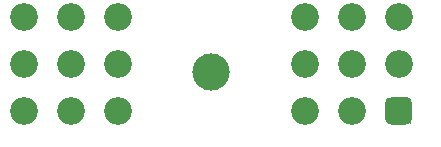
<source format=gbs>
G04 #@! TF.GenerationSoftware,KiCad,Pcbnew,(5.1.7)-1*
G04 #@! TF.CreationDate,2022-01-10T20:36:18+10:30*
G04 #@! TF.ProjectId,BSPD,42535044-2e6b-4696-9361-645f70636258,4*
G04 #@! TF.SameCoordinates,Original*
G04 #@! TF.FileFunction,Soldermask,Bot*
G04 #@! TF.FilePolarity,Negative*
%FSLAX46Y46*%
G04 Gerber Fmt 4.6, Leading zero omitted, Abs format (unit mm)*
G04 Created by KiCad (PCBNEW (5.1.7)-1) date 2022-01-10 20:36:18*
%MOMM*%
%LPD*%
G01*
G04 APERTURE LIST*
%ADD10C,2.352000*%
%ADD11C,3.152000*%
%ADD12C,0.100000*%
G04 APERTURE END LIST*
D10*
X147680000Y-59475000D03*
X127880000Y-59475000D03*
X123920000Y-59475000D03*
X143720000Y-59475000D03*
X119960000Y-59475000D03*
X147680000Y-63465000D03*
X127880000Y-63465000D03*
X123920000Y-63465000D03*
X143720000Y-63465000D03*
X119960000Y-63465000D03*
X119960000Y-67455000D03*
X123920000Y-67455000D03*
X127880000Y-67455000D03*
X143720000Y-67455000D03*
X147680000Y-67455000D03*
X151640000Y-59475000D03*
X151640000Y-63465000D03*
D11*
X135800000Y-64175000D03*
G36*
G01*
X150464000Y-68043000D02*
X150464000Y-66867000D01*
G75*
G02*
X151052000Y-66279000I588000J0D01*
G01*
X152228000Y-66279000D01*
G75*
G02*
X152816000Y-66867000I0J-588000D01*
G01*
X152816000Y-68043000D01*
G75*
G02*
X152228000Y-68631000I-588000J0D01*
G01*
X151052000Y-68631000D01*
G75*
G02*
X150464000Y-68043000I0J588000D01*
G01*
G37*
D12*
G36*
X150465990Y-68042804D02*
G01*
X150477268Y-68157318D01*
X150510616Y-68267249D01*
X150564767Y-68368559D01*
X150637642Y-68457358D01*
X150726441Y-68530233D01*
X150827751Y-68584384D01*
X150937682Y-68617732D01*
X151052196Y-68629010D01*
X151053822Y-68630175D01*
X151053626Y-68632165D01*
X151052000Y-68633000D01*
X150995640Y-68633000D01*
X150995444Y-68632990D01*
X150886904Y-68622300D01*
X150886519Y-68622224D01*
X150788048Y-68592353D01*
X150787686Y-68592203D01*
X150696942Y-68543699D01*
X150696616Y-68543481D01*
X150617074Y-68478203D01*
X150616797Y-68477926D01*
X150551519Y-68398384D01*
X150551301Y-68398058D01*
X150502797Y-68307314D01*
X150502647Y-68306952D01*
X150472776Y-68208481D01*
X150472700Y-68208096D01*
X150462010Y-68099556D01*
X150462000Y-68099360D01*
X150462000Y-68043000D01*
X150463000Y-68041268D01*
X150465000Y-68041268D01*
X150465990Y-68042804D01*
G37*
G36*
X152817165Y-68041374D02*
G01*
X152818000Y-68043000D01*
X152818000Y-68099360D01*
X152817990Y-68099556D01*
X152807300Y-68208096D01*
X152807224Y-68208481D01*
X152777353Y-68306952D01*
X152777203Y-68307314D01*
X152728699Y-68398058D01*
X152728481Y-68398384D01*
X152663203Y-68477926D01*
X152662926Y-68478203D01*
X152583384Y-68543481D01*
X152583058Y-68543699D01*
X152492314Y-68592203D01*
X152491952Y-68592353D01*
X152393481Y-68622224D01*
X152393096Y-68622300D01*
X152284556Y-68632990D01*
X152284360Y-68633000D01*
X152228000Y-68633000D01*
X152226268Y-68632000D01*
X152226268Y-68630000D01*
X152227804Y-68629010D01*
X152342318Y-68617732D01*
X152452249Y-68584384D01*
X152553559Y-68530233D01*
X152642358Y-68457358D01*
X152715233Y-68368559D01*
X152769384Y-68267249D01*
X152802732Y-68157318D01*
X152814010Y-68042804D01*
X152815175Y-68041178D01*
X152817165Y-68041374D01*
G37*
G36*
X151053732Y-66278000D02*
G01*
X151053732Y-66280000D01*
X151052196Y-66280990D01*
X150937682Y-66292268D01*
X150827751Y-66325616D01*
X150726441Y-66379767D01*
X150637642Y-66452642D01*
X150564767Y-66541441D01*
X150510616Y-66642751D01*
X150477268Y-66752682D01*
X150465990Y-66867196D01*
X150464825Y-66868822D01*
X150462835Y-66868626D01*
X150462000Y-66867000D01*
X150462000Y-66810640D01*
X150462010Y-66810444D01*
X150472700Y-66701904D01*
X150472776Y-66701519D01*
X150502647Y-66603048D01*
X150502797Y-66602686D01*
X150551301Y-66511942D01*
X150551519Y-66511616D01*
X150616797Y-66432074D01*
X150617074Y-66431797D01*
X150696616Y-66366519D01*
X150696942Y-66366301D01*
X150787686Y-66317797D01*
X150788048Y-66317647D01*
X150886519Y-66287776D01*
X150886904Y-66287700D01*
X150995444Y-66277010D01*
X150995640Y-66277000D01*
X151052000Y-66277000D01*
X151053732Y-66278000D01*
G37*
G36*
X152284556Y-66277010D02*
G01*
X152393096Y-66287700D01*
X152393481Y-66287776D01*
X152491952Y-66317647D01*
X152492314Y-66317797D01*
X152583058Y-66366301D01*
X152583384Y-66366519D01*
X152662926Y-66431797D01*
X152663203Y-66432074D01*
X152728481Y-66511616D01*
X152728699Y-66511942D01*
X152777203Y-66602686D01*
X152777353Y-66603048D01*
X152807224Y-66701519D01*
X152807300Y-66701904D01*
X152817990Y-66810444D01*
X152818000Y-66810640D01*
X152818000Y-66867000D01*
X152817000Y-66868732D01*
X152815000Y-66868732D01*
X152814010Y-66867196D01*
X152802732Y-66752682D01*
X152769384Y-66642751D01*
X152715233Y-66541441D01*
X152642358Y-66452642D01*
X152553559Y-66379767D01*
X152452249Y-66325616D01*
X152342318Y-66292268D01*
X152227804Y-66280990D01*
X152226178Y-66279825D01*
X152226374Y-66277835D01*
X152228000Y-66277000D01*
X152284360Y-66277000D01*
X152284556Y-66277010D01*
G37*
M02*

</source>
